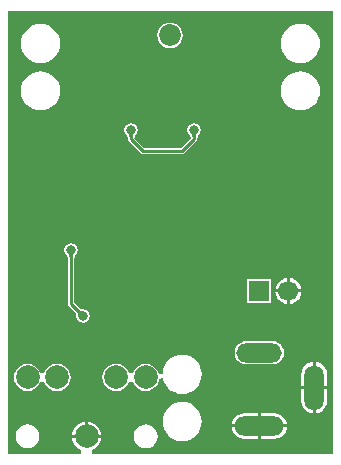
<source format=gbl>
G04*
G04 #@! TF.GenerationSoftware,Altium Limited,Altium Designer,23.10.1 (27)*
G04*
G04 Layer_Physical_Order=2*
G04 Layer_Color=16711680*
%FSLAX25Y25*%
%MOIN*%
G70*
G04*
G04 #@! TF.SameCoordinates,6BE5E326-444D-4DDB-8984-30915AB2A72B*
G04*
G04*
G04 #@! TF.FilePolarity,Positive*
G04*
G01*
G75*
%ADD14C,0.01000*%
%ADD57C,0.07874*%
%ADD58C,0.07284*%
%ADD59C,0.06693*%
%ADD60R,0.06693X0.06693*%
%ADD61O,0.06496X0.15158*%
%ADD62O,0.15158X0.06496*%
%ADD63O,0.16535X0.06496*%
%ADD64C,0.03150*%
G36*
X109217Y1020D02*
X29144D01*
X28905Y2220D01*
X29655Y2530D01*
X30687Y3322D01*
X31478Y4353D01*
X31975Y5554D01*
X32079Y6343D01*
X27165D01*
X22252D01*
X22355Y5554D01*
X22853Y4353D01*
X23644Y3322D01*
X24676Y2530D01*
X25425Y2220D01*
X25187Y1020D01*
X1020D01*
X1020Y148587D01*
X109217D01*
X109217Y1020D01*
D02*
G37*
%LPC*%
G36*
X55000Y144778D02*
X53893Y144632D01*
X52861Y144205D01*
X51975Y143525D01*
X51295Y142639D01*
X50867Y141607D01*
X50722Y140500D01*
X50867Y139393D01*
X51295Y138361D01*
X51975Y137475D01*
X52861Y136795D01*
X53893Y136367D01*
X55000Y136222D01*
X56107Y136367D01*
X57139Y136795D01*
X58025Y137475D01*
X58705Y138361D01*
X59133Y139393D01*
X59278Y140500D01*
X59133Y141607D01*
X58705Y142639D01*
X58025Y143525D01*
X57139Y144205D01*
X56107Y144632D01*
X55000Y144778D01*
D02*
G37*
G36*
X98425Y144332D02*
X97150Y144207D01*
X95924Y143835D01*
X94793Y143231D01*
X93803Y142418D01*
X92990Y141427D01*
X92386Y140297D01*
X92014Y139071D01*
X91888Y137795D01*
X92014Y136520D01*
X92386Y135294D01*
X92990Y134163D01*
X93803Y133173D01*
X94793Y132360D01*
X95924Y131756D01*
X97150Y131384D01*
X98425Y131258D01*
X99700Y131384D01*
X100927Y131756D01*
X102057Y132360D01*
X103048Y133173D01*
X103860Y134163D01*
X104465Y135294D01*
X104837Y136520D01*
X104962Y137795D01*
X104837Y139071D01*
X104465Y140297D01*
X103860Y141427D01*
X103048Y142418D01*
X102057Y143231D01*
X100927Y143835D01*
X99700Y144207D01*
X98425Y144332D01*
D02*
G37*
G36*
X11811D02*
X10536Y144207D01*
X9309Y143835D01*
X8179Y143231D01*
X7189Y142418D01*
X6376Y141427D01*
X5772Y140297D01*
X5400Y139071D01*
X5274Y137795D01*
X5400Y136520D01*
X5772Y135294D01*
X6376Y134163D01*
X7189Y133173D01*
X8179Y132360D01*
X9309Y131756D01*
X10536Y131384D01*
X11811Y131258D01*
X13086Y131384D01*
X14313Y131756D01*
X15443Y132360D01*
X16433Y133173D01*
X17246Y134163D01*
X17850Y135294D01*
X18222Y136520D01*
X18348Y137795D01*
X18222Y139071D01*
X17850Y140297D01*
X17246Y141427D01*
X16433Y142418D01*
X15443Y143231D01*
X14313Y143835D01*
X13086Y144207D01*
X11811Y144332D01*
D02*
G37*
G36*
X98425Y128584D02*
X97150Y128459D01*
X95924Y128087D01*
X94793Y127482D01*
X93803Y126670D01*
X92990Y125679D01*
X92386Y124549D01*
X92014Y123322D01*
X91888Y122047D01*
X92014Y120772D01*
X92386Y119546D01*
X92990Y118415D01*
X93803Y117425D01*
X94793Y116612D01*
X95924Y116008D01*
X97150Y115636D01*
X98425Y115510D01*
X99700Y115636D01*
X100927Y116008D01*
X102057Y116612D01*
X103048Y117425D01*
X103860Y118415D01*
X104465Y119546D01*
X104837Y120772D01*
X104962Y122047D01*
X104837Y123322D01*
X104465Y124549D01*
X103860Y125679D01*
X103048Y126670D01*
X102057Y127482D01*
X100927Y128087D01*
X99700Y128459D01*
X98425Y128584D01*
D02*
G37*
G36*
X11811D02*
X10536Y128459D01*
X9309Y128087D01*
X8179Y127482D01*
X7189Y126670D01*
X6376Y125679D01*
X5772Y124549D01*
X5400Y123322D01*
X5274Y122047D01*
X5400Y120772D01*
X5772Y119546D01*
X6376Y118415D01*
X7189Y117425D01*
X8179Y116612D01*
X9309Y116008D01*
X10536Y115636D01*
X11811Y115510D01*
X13086Y115636D01*
X14313Y116008D01*
X15443Y116612D01*
X16433Y117425D01*
X17246Y118415D01*
X17850Y119546D01*
X18222Y120772D01*
X18348Y122047D01*
X18222Y123322D01*
X17850Y124549D01*
X17246Y125679D01*
X16433Y126670D01*
X15443Y127482D01*
X14313Y128087D01*
X13086Y128459D01*
X11811Y128584D01*
D02*
G37*
G36*
X63000Y111217D02*
X62151Y111049D01*
X61432Y110568D01*
X60951Y109849D01*
X60783Y109000D01*
X60951Y108151D01*
X61418Y107452D01*
X61429Y107426D01*
X61528Y107322D01*
X61602Y107234D01*
X61664Y107148D01*
X61716Y107064D01*
X61758Y106981D01*
X61792Y106899D01*
X61817Y106818D01*
X61835Y106735D01*
X61846Y106650D01*
X61851Y106535D01*
X61878Y106476D01*
Y106465D01*
X58535Y103122D01*
X46465D01*
X43122Y106465D01*
Y106476D01*
X43149Y106535D01*
X43154Y106650D01*
X43165Y106735D01*
X43183Y106817D01*
X43208Y106899D01*
X43242Y106981D01*
X43284Y107064D01*
X43336Y107148D01*
X43398Y107234D01*
X43472Y107322D01*
X43571Y107426D01*
X43582Y107452D01*
X44049Y108151D01*
X44217Y109000D01*
X44049Y109849D01*
X43568Y110568D01*
X42849Y111049D01*
X42000Y111217D01*
X41151Y111049D01*
X40432Y110568D01*
X39951Y109849D01*
X39783Y109000D01*
X39951Y108151D01*
X40418Y107452D01*
X40429Y107426D01*
X40528Y107322D01*
X40602Y107234D01*
X40664Y107148D01*
X40716Y107064D01*
X40758Y106981D01*
X40792Y106899D01*
X40817Y106818D01*
X40835Y106735D01*
X40846Y106650D01*
X40851Y106535D01*
X40878Y106476D01*
Y106000D01*
X40878Y106000D01*
X40964Y105571D01*
X41207Y105207D01*
X45207Y101207D01*
X45207Y101207D01*
X45571Y100964D01*
X46000Y100878D01*
X59000D01*
X59000Y100878D01*
X59429Y100964D01*
X59793Y101207D01*
X63793Y105207D01*
X63793Y105207D01*
X64036Y105571D01*
X64122Y106000D01*
Y106476D01*
X64149Y106535D01*
X64154Y106650D01*
X64165Y106735D01*
X64183Y106817D01*
X64208Y106899D01*
X64242Y106981D01*
X64284Y107064D01*
X64336Y107148D01*
X64398Y107234D01*
X64472Y107322D01*
X64571Y107426D01*
X64582Y107452D01*
X65049Y108151D01*
X65217Y109000D01*
X65049Y109849D01*
X64568Y110568D01*
X63849Y111049D01*
X63000Y111217D01*
D02*
G37*
G36*
X94904Y59649D02*
Y55831D01*
X98722D01*
X98638Y56465D01*
X98200Y57523D01*
X97504Y58431D01*
X96596Y59127D01*
X95538Y59565D01*
X94904Y59649D01*
D02*
G37*
G36*
X93904D02*
X93269Y59565D01*
X92212Y59127D01*
X91304Y58431D01*
X90607Y57523D01*
X90169Y56465D01*
X90085Y55831D01*
X93904D01*
Y59649D01*
D02*
G37*
G36*
X88507Y59277D02*
X80615D01*
Y51384D01*
X88507D01*
Y59277D01*
D02*
G37*
G36*
X98722Y54831D02*
X94904D01*
Y51013D01*
X95538Y51096D01*
X96596Y51534D01*
X97504Y52231D01*
X98200Y53139D01*
X98638Y54196D01*
X98722Y54831D01*
D02*
G37*
G36*
X93904D02*
X90085D01*
X90169Y54196D01*
X90607Y53139D01*
X91304Y52231D01*
X92212Y51534D01*
X93269Y51096D01*
X93904Y51013D01*
Y54831D01*
D02*
G37*
G36*
X22000Y71217D02*
X21151Y71049D01*
X20432Y70568D01*
X19951Y69849D01*
X19783Y69000D01*
X19951Y68151D01*
X20418Y67452D01*
X20429Y67426D01*
X20528Y67322D01*
X20602Y67234D01*
X20664Y67148D01*
X20716Y67064D01*
X20758Y66981D01*
X20792Y66899D01*
X20817Y66818D01*
X20835Y66735D01*
X20846Y66650D01*
X20851Y66535D01*
X20878Y66476D01*
Y51000D01*
X20878Y51000D01*
X20964Y50571D01*
X21207Y50207D01*
X23422Y47992D01*
X23444Y47931D01*
X23523Y47846D01*
X23575Y47778D01*
X23620Y47707D01*
X23660Y47631D01*
X23695Y47550D01*
X23723Y47461D01*
X23746Y47365D01*
X23763Y47260D01*
X23773Y47146D01*
X23776Y47002D01*
X23787Y46976D01*
X23951Y46151D01*
X24432Y45432D01*
X25151Y44951D01*
X26000Y44783D01*
X26849Y44951D01*
X27568Y45432D01*
X28049Y46151D01*
X28217Y47000D01*
X28049Y47849D01*
X27568Y48568D01*
X26849Y49049D01*
X26024Y49213D01*
X25998Y49224D01*
X25854Y49227D01*
X25740Y49237D01*
X25635Y49254D01*
X25539Y49277D01*
X25450Y49305D01*
X25369Y49340D01*
X25293Y49380D01*
X25222Y49425D01*
X25154Y49478D01*
X25069Y49556D01*
X25008Y49578D01*
X23122Y51465D01*
Y66476D01*
X23149Y66535D01*
X23154Y66650D01*
X23165Y66735D01*
X23183Y66817D01*
X23208Y66899D01*
X23242Y66981D01*
X23284Y67064D01*
X23336Y67148D01*
X23398Y67234D01*
X23472Y67322D01*
X23571Y67426D01*
X23582Y67452D01*
X24049Y68151D01*
X24217Y69000D01*
X24049Y69849D01*
X23568Y70568D01*
X22849Y71049D01*
X22000Y71217D01*
D02*
G37*
G36*
X89091Y38633D02*
X80429D01*
X79425Y38501D01*
X78488Y38113D01*
X77685Y37496D01*
X77068Y36693D01*
X76680Y35756D01*
X76548Y34752D01*
X76680Y33747D01*
X77068Y32811D01*
X77685Y32008D01*
X78488Y31391D01*
X79425Y31003D01*
X80429Y30871D01*
X89091D01*
X90095Y31003D01*
X91031Y31391D01*
X91835Y32008D01*
X92452Y32811D01*
X92839Y33747D01*
X92972Y34752D01*
X92839Y35756D01*
X92452Y36693D01*
X91835Y37496D01*
X91031Y38113D01*
X90095Y38501D01*
X89091Y38633D01*
D02*
G37*
G36*
X17323Y31104D02*
X16138Y30948D01*
X15035Y30491D01*
X14087Y29763D01*
X13360Y28816D01*
X13019Y27992D01*
X12927Y27969D01*
X11877D01*
X11784Y27992D01*
X11443Y28816D01*
X10716Y29763D01*
X9768Y30491D01*
X8665Y30948D01*
X7480Y31104D01*
X6296Y30948D01*
X5192Y30491D01*
X4245Y29763D01*
X3517Y28816D01*
X3060Y27712D01*
X2904Y26528D01*
X3060Y25343D01*
X3517Y24239D01*
X4245Y23292D01*
X5192Y22565D01*
X6296Y22107D01*
X7480Y21951D01*
X8665Y22107D01*
X9768Y22565D01*
X10716Y23292D01*
X11443Y24239D01*
X11784Y25063D01*
X11877Y25086D01*
X12927D01*
X13019Y25063D01*
X13360Y24239D01*
X14087Y23292D01*
X15035Y22565D01*
X16138Y22107D01*
X17323Y21951D01*
X18507Y22107D01*
X19611Y22565D01*
X20559Y23292D01*
X21286Y24239D01*
X21743Y25343D01*
X21899Y26528D01*
X21743Y27712D01*
X21286Y28816D01*
X20559Y29763D01*
X19611Y30491D01*
X18507Y30948D01*
X17323Y31104D01*
D02*
G37*
G36*
X59055Y34096D02*
X57780Y33970D01*
X56554Y33599D01*
X55423Y32994D01*
X54433Y32181D01*
X53620Y31191D01*
X53016Y30061D01*
X52644Y28834D01*
X52544Y27826D01*
X52518Y27559D01*
X52504Y27534D01*
D01*
X52518Y27559D01*
X52528Y27662D01*
X52487Y27536D01*
X51397Y27694D01*
X51255Y27750D01*
X50814Y28816D01*
X50086Y29763D01*
X49139Y30491D01*
X48035Y30948D01*
X46850Y31104D01*
X45666Y30948D01*
X44562Y30491D01*
X43615Y29763D01*
X42887Y28816D01*
X42546Y27992D01*
X42454Y27969D01*
X41404D01*
X41312Y27992D01*
X40971Y28816D01*
X40244Y29763D01*
X39296Y30491D01*
X38192Y30948D01*
X37008Y31104D01*
X35824Y30948D01*
X34720Y30491D01*
X33772Y29763D01*
X33045Y28816D01*
X32588Y27712D01*
X32432Y26528D01*
X32588Y25343D01*
X33045Y24239D01*
X33772Y23292D01*
X34720Y22565D01*
X35824Y22107D01*
X37008Y21951D01*
X38192Y22107D01*
X39296Y22565D01*
X40244Y23292D01*
X40971Y24239D01*
X41312Y25063D01*
X41404Y25086D01*
X42454D01*
X42546Y25063D01*
X42887Y24239D01*
X43615Y23292D01*
X44562Y22565D01*
X45666Y22107D01*
X46850Y21951D01*
X48035Y22107D01*
X49139Y22565D01*
X50086Y23292D01*
X50814Y24239D01*
X51271Y25343D01*
X51340Y25870D01*
X52580Y26299D01*
X52724Y26020D01*
X52644Y26284D01*
X52608Y26309D01*
X52608D01*
X52644Y26284D01*
X52764Y25886D01*
X53016Y25058D01*
X53620Y23927D01*
X54433Y22937D01*
X55423Y22124D01*
X56554Y21520D01*
X57780Y21148D01*
X59055Y21022D01*
X60330Y21148D01*
X61557Y21520D01*
X62687Y22124D01*
X63678Y22937D01*
X64490Y23927D01*
X65095Y25058D01*
X65466Y26284D01*
X65592Y27559D01*
X65466Y28834D01*
X65095Y30061D01*
X64490Y31191D01*
X63678Y32181D01*
X62687Y32994D01*
X61557Y33599D01*
X60330Y33970D01*
X59055Y34096D01*
D02*
G37*
G36*
X103567Y31687D02*
Y23638D01*
X107352D01*
Y27468D01*
X107206Y28578D01*
X106778Y29611D01*
X106097Y30498D01*
X105209Y31179D01*
X104176Y31607D01*
X103567Y31687D01*
D02*
G37*
G36*
X102567D02*
X101958Y31607D01*
X100925Y31179D01*
X100037Y30498D01*
X99356Y29611D01*
X98928Y28578D01*
X98782Y27468D01*
Y23638D01*
X102567D01*
Y31687D01*
D02*
G37*
G36*
X107352Y22638D02*
X103567D01*
Y14588D01*
X104176Y14668D01*
X105209Y15096D01*
X106097Y15777D01*
X106778Y16665D01*
X107206Y17698D01*
X107352Y18807D01*
Y22638D01*
D02*
G37*
G36*
X102567D02*
X98782D01*
Y18807D01*
X98928Y17698D01*
X99356Y16665D01*
X100037Y15777D01*
X100925Y15096D01*
X101958Y14668D01*
X102567Y14588D01*
Y22638D01*
D02*
G37*
G36*
X89780Y14627D02*
X85260D01*
Y10842D01*
X93998D01*
X93918Y11451D01*
X93490Y12485D01*
X92809Y13372D01*
X91922Y14053D01*
X90889Y14481D01*
X89780Y14627D01*
D02*
G37*
G36*
X84260D02*
X79740D01*
X78631Y14481D01*
X77598Y14053D01*
X76710Y13372D01*
X76029Y12485D01*
X75602Y11451D01*
X75521Y10842D01*
X84260D01*
Y14627D01*
D02*
G37*
G36*
X27665Y11756D02*
Y7343D01*
X32079D01*
X31975Y8131D01*
X31478Y9332D01*
X30687Y10364D01*
X29655Y11155D01*
X28454Y11653D01*
X27665Y11756D01*
D02*
G37*
G36*
X26665D02*
X25877Y11653D01*
X24676Y11155D01*
X23644Y10364D01*
X22853Y9332D01*
X22355Y8131D01*
X22252Y7343D01*
X26665D01*
Y11756D01*
D02*
G37*
G36*
X93998Y9843D02*
X85260D01*
Y6058D01*
X89780D01*
X90889Y6204D01*
X91922Y6632D01*
X92809Y7313D01*
X93490Y8200D01*
X93918Y9234D01*
X93998Y9843D01*
D02*
G37*
G36*
X84260D02*
X75521D01*
X75602Y9234D01*
X76029Y8200D01*
X76710Y7313D01*
X77598Y6632D01*
X78631Y6204D01*
X79740Y6058D01*
X84260D01*
Y9843D01*
D02*
G37*
G36*
X59055Y18348D02*
X57780Y18222D01*
X56554Y17850D01*
X55423Y17246D01*
X54433Y16433D01*
X53620Y15443D01*
X53016Y14313D01*
X52644Y13086D01*
X52518Y11811D01*
X52644Y10536D01*
X53016Y9309D01*
X53620Y8179D01*
X54433Y7189D01*
X55423Y6376D01*
X56554Y5772D01*
X57780Y5400D01*
X59055Y5274D01*
X60330Y5400D01*
X61557Y5772D01*
X62687Y6376D01*
X63678Y7189D01*
X64490Y8179D01*
X65095Y9309D01*
X65466Y10536D01*
X65592Y11811D01*
X65466Y13086D01*
X65095Y14313D01*
X64490Y15443D01*
X63678Y16433D01*
X62687Y17246D01*
X61557Y17850D01*
X60330Y18222D01*
X59055Y18348D01*
D02*
G37*
G36*
X46850Y10829D02*
X45818Y10694D01*
X44857Y10295D01*
X44031Y9662D01*
X43398Y8836D01*
X42999Y7875D01*
X42864Y6843D01*
X42999Y5811D01*
X43398Y4849D01*
X44031Y4023D01*
X44857Y3390D01*
X45818Y2992D01*
X46850Y2856D01*
X47882Y2992D01*
X48844Y3390D01*
X49670Y4023D01*
X50303Y4849D01*
X50701Y5811D01*
X50837Y6843D01*
X50701Y7875D01*
X50303Y8836D01*
X49670Y9662D01*
X48844Y10295D01*
X47882Y10694D01*
X46850Y10829D01*
D02*
G37*
G36*
X7480D02*
X6448Y10694D01*
X5487Y10295D01*
X4661Y9662D01*
X4028Y8836D01*
X3629Y7875D01*
X3494Y6843D01*
X3629Y5811D01*
X4028Y4849D01*
X4661Y4023D01*
X5487Y3390D01*
X6448Y2992D01*
X7480Y2856D01*
X8512Y2992D01*
X9474Y3390D01*
X10300Y4023D01*
X10933Y4849D01*
X11331Y5811D01*
X11467Y6843D01*
X11331Y7875D01*
X10933Y8836D01*
X10300Y9662D01*
X9474Y10295D01*
X8512Y10694D01*
X7480Y10829D01*
D02*
G37*
%LPD*%
G36*
X63988Y107756D02*
X63885Y107634D01*
X63795Y107509D01*
X63717Y107382D01*
X63651Y107252D01*
X63596Y107119D01*
X63554Y106984D01*
X63524Y106846D01*
X63506Y106705D01*
X63500Y106562D01*
X62500D01*
X62494Y106705D01*
X62476Y106846D01*
X62446Y106984D01*
X62404Y107119D01*
X62349Y107252D01*
X62283Y107382D01*
X62205Y107509D01*
X62115Y107634D01*
X62012Y107756D01*
X61898Y107875D01*
X64102D01*
X63988Y107756D01*
D02*
G37*
G36*
X42988D02*
X42886Y107634D01*
X42795Y107509D01*
X42717Y107382D01*
X42651Y107252D01*
X42596Y107119D01*
X42554Y106984D01*
X42524Y106846D01*
X42506Y106705D01*
X42500Y106562D01*
X41500D01*
X41494Y106705D01*
X41476Y106846D01*
X41446Y106984D01*
X41404Y107119D01*
X41349Y107252D01*
X41283Y107382D01*
X41205Y107509D01*
X41115Y107634D01*
X41012Y107756D01*
X40898Y107875D01*
X43102D01*
X42988Y107756D01*
D02*
G37*
G36*
X22988Y67756D02*
X22885Y67634D01*
X22795Y67509D01*
X22717Y67382D01*
X22651Y67252D01*
X22596Y67119D01*
X22554Y66984D01*
X22524Y66846D01*
X22506Y66705D01*
X22500Y66562D01*
X21500D01*
X21494Y66705D01*
X21476Y66846D01*
X21446Y66984D01*
X21404Y67119D01*
X21349Y67252D01*
X21283Y67382D01*
X21205Y67509D01*
X21114Y67634D01*
X21012Y67756D01*
X20898Y67875D01*
X23102D01*
X22988Y67756D01*
D02*
G37*
G36*
X24735Y48981D02*
X24847Y48894D01*
X24966Y48818D01*
X25092Y48752D01*
X25224Y48696D01*
X25363Y48651D01*
X25508Y48616D01*
X25660Y48592D01*
X25819Y48578D01*
X25984Y48575D01*
X24425Y47016D01*
X24422Y47181D01*
X24408Y47340D01*
X24384Y47492D01*
X24349Y47637D01*
X24304Y47776D01*
X24248Y47908D01*
X24182Y48034D01*
X24106Y48153D01*
X24019Y48265D01*
X23922Y48371D01*
X24630Y49078D01*
X24735Y48981D01*
D02*
G37*
D14*
X22000Y51000D02*
X26000Y47000D01*
X22000Y51000D02*
Y69000D01*
X63000Y106000D02*
Y109000D01*
X59000Y102000D02*
X63000Y106000D01*
X46000Y102000D02*
X59000D01*
X42000Y106000D02*
X46000Y102000D01*
X42000Y106000D02*
Y109000D01*
D57*
X46850Y26528D02*
D03*
X37008D02*
D03*
X7480D02*
D03*
X17323D02*
D03*
X27165Y6843D02*
D03*
D58*
X55000Y140500D02*
D03*
D59*
X94404Y55331D02*
D03*
D60*
X84561D02*
D03*
D61*
X103067Y23138D02*
D03*
D62*
X84760Y34752D02*
D03*
D63*
Y10343D02*
D03*
D64*
X59055Y133858D02*
D03*
Y125984D02*
D03*
X66929D02*
D03*
X43307D02*
D03*
X66929Y141732D02*
D03*
Y133858D02*
D03*
X43307D02*
D03*
Y141732D02*
D03*
X78740Y145669D02*
D03*
X70866D02*
D03*
X62992D02*
D03*
X31102Y145669D02*
D03*
X38976D02*
D03*
X46850D02*
D03*
X82677Y19685D02*
D03*
X4500Y83000D02*
D03*
Y75000D02*
D03*
Y66500D02*
D03*
X13000Y74500D02*
D03*
Y68500D02*
D03*
X26000Y73000D02*
D03*
X32000Y68500D02*
D03*
X40000Y68000D02*
D03*
X61776Y82323D02*
D03*
X47949Y82854D02*
D03*
X73500Y95000D02*
D03*
X64000D02*
D03*
X55000D02*
D03*
X46000D02*
D03*
X37000D02*
D03*
X15354Y90551D02*
D03*
X38976Y122047D02*
D03*
X31102D02*
D03*
X23228D02*
D03*
X46850Y137795D02*
D03*
Y129921D02*
D03*
X62599Y137795D02*
D03*
X70473Y122047D02*
D03*
X78347Y114173D02*
D03*
X86221Y98425D02*
D03*
X94488Y19685D02*
D03*
X51181Y15748D02*
D03*
X35433D02*
D03*
X19685D02*
D03*
X3937D02*
D03*
X101969Y106299D02*
D03*
Y98425D02*
D03*
Y66929D02*
D03*
Y43307D02*
D03*
X94095Y106299D02*
D03*
Y98425D02*
D03*
Y66929D02*
D03*
Y43307D02*
D03*
X86221Y122047D02*
D03*
Y114173D02*
D03*
Y106299D02*
D03*
X78347Y122047D02*
D03*
X70473Y137795D02*
D03*
Y129921D02*
D03*
Y19685D02*
D03*
X62599Y129921D02*
D03*
X54724Y82677D02*
D03*
Y59055D02*
D03*
Y51181D02*
D03*
Y43307D02*
D03*
X38976Y137795D02*
D03*
Y129921D02*
D03*
X31102Y137795D02*
D03*
Y129921D02*
D03*
X23228D02*
D03*
X15354Y106299D02*
D03*
Y98425D02*
D03*
X7480Y106299D02*
D03*
Y98425D02*
D03*
Y90551D02*
D03*
X22000Y69000D02*
D03*
X63000Y109000D02*
D03*
X42000D02*
D03*
X26000Y47000D02*
D03*
X47504Y63496D02*
D03*
X79603Y80489D02*
D03*
X75603D02*
D03*
X71862Y80461D02*
D03*
X32311Y44764D02*
D03*
M02*

</source>
